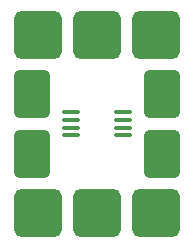
<source format=gbp>
G04*
G04 #@! TF.GenerationSoftware,Altium Limited,Altium Designer,25.8.1 (18)*
G04*
G04 Layer_Color=128*
%FSLAX44Y44*%
%MOMM*%
G71*
G04*
G04 #@! TF.SameCoordinates,5E0B8585-324C-45EE-8C63-8C8DE18584A6*
G04*
G04*
G04 #@! TF.FilePolarity,Positive*
G04*
G01*
G75*
G04:AMPARAMS|DCode=10|XSize=0.38mm|YSize=1.45mm|CornerRadius=0.095mm|HoleSize=0mm|Usage=FLASHONLY|Rotation=90.000|XOffset=0mm|YOffset=0mm|HoleType=Round|Shape=RoundedRectangle|*
%AMROUNDEDRECTD10*
21,1,0.3800,1.2600,0,0,90.0*
21,1,0.1900,1.4500,0,0,90.0*
1,1,0.1900,0.6300,0.0950*
1,1,0.1900,0.6300,-0.0950*
1,1,0.1900,-0.6300,-0.0950*
1,1,0.1900,-0.6300,0.0950*
%
%ADD10ROUNDEDRECTD10*%
G04:AMPARAMS|DCode=11|XSize=3mm|YSize=4mm|CornerRadius=0.375mm|HoleSize=0mm|Usage=FLASHONLY|Rotation=180.000|XOffset=0mm|YOffset=0mm|HoleType=Round|Shape=RoundedRectangle|*
%AMROUNDEDRECTD11*
21,1,3.0000,3.2500,0,0,180.0*
21,1,2.2500,4.0000,0,0,180.0*
1,1,0.7500,-1.1250,1.6250*
1,1,0.7500,1.1250,1.6250*
1,1,0.7500,1.1250,-1.6250*
1,1,0.7500,-1.1250,-1.6250*
%
%ADD11ROUNDEDRECTD11*%
G04:AMPARAMS|DCode=12|XSize=4mm|YSize=4mm|CornerRadius=0.5mm|HoleSize=0mm|Usage=FLASHONLY|Rotation=0.000|XOffset=0mm|YOffset=0mm|HoleType=Round|Shape=RoundedRectangle|*
%AMROUNDEDRECTD12*
21,1,4.0000,3.0000,0,0,0.0*
21,1,3.0000,4.0000,0,0,0.0*
1,1,1.0000,1.5000,-1.5000*
1,1,1.0000,-1.5000,-1.5000*
1,1,1.0000,-1.5000,1.5000*
1,1,1.0000,1.5000,1.5000*
%
%ADD12ROUNDEDRECTD12*%
D10*
X22000Y9750D02*
D03*
X22000Y3250D02*
D03*
Y-3250D02*
D03*
Y-9750D02*
D03*
X-22000Y9750D02*
D03*
X-22000Y3250D02*
D03*
X-22000Y-3250D02*
D03*
X-22000Y-9750D02*
D03*
D11*
X-55000Y25000D02*
D03*
Y-25000D02*
D03*
X55000D02*
D03*
Y25000D02*
D03*
D12*
X-50000Y75000D02*
D03*
X50000D02*
D03*
X0D02*
D03*
Y-75000D02*
D03*
X50000D02*
D03*
X-50000D02*
D03*
M02*

</source>
